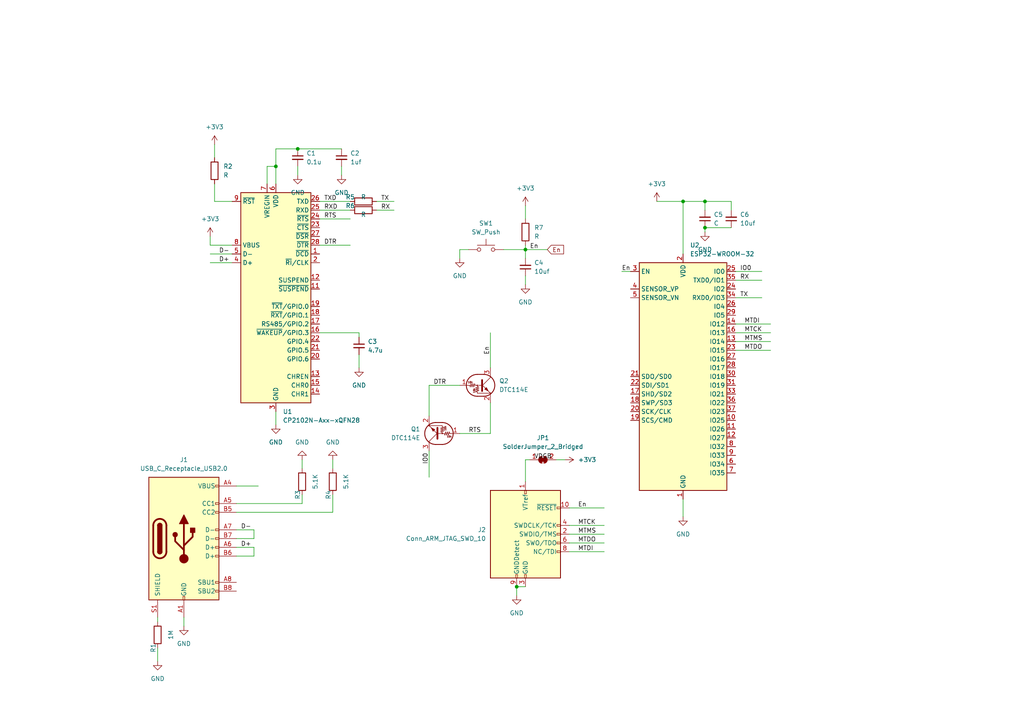
<source format=kicad_sch>
(kicad_sch (version 20211123) (generator eeschema)
  (paper "A4")
  (lib_symbols
    (symbol "Connector:Conn_ARM_JTAG_SWD_10" (pin_names (offset 1.016))
      (property "Reference" "J" (at -2.54 16.51 0))
      (property "Value" "Conn_ARM_JTAG_SWD_10" (at -2.54 13.97 0))
      (symbol "Conn_ARM_JTAG_SWD_10_0_1"
        (rectangle (start -10.16 12.7) (end 10.16 -12.7) (stroke (width 0.254)) (fill (type background)))
        (rectangle (start -2.794 -12.7) (end -2.286 -11.684))
        (rectangle (start -0.254 -12.7) (end 0.254 -11.684))
        (rectangle (start -0.254 12.7) (end 0.254 11.684))
        (rectangle (start 9.144 2.286) (end 10.16 2.794))
        (rectangle (start 10.16 -2.794) (end 9.144 -2.286))
        (rectangle (start 10.16 -0.254) (end 9.144 0.254))
        (rectangle (start 10.16 7.874) (end 9.144 7.366))
      )
      (symbol "Conn_ARM_JTAG_SWD_10_1_1"
        (rectangle (start 9.144 -5.334) (end 10.16 -4.826))
        (pin power_in line (at 0 15.24 270) (length 2.54) (name "VTref") (number "1"))
        (pin open_collector line (at 12.7 7.62 180) (length 2.54) (name "~{RESET}") (number "10"))
        (pin bidirectional line (at 12.7 0 180) (length 2.54) (name "SWDIO/TMS") (number "2"))
        (pin power_in line (at 0 -15.24 90) (length 2.54) (name "GND") (number "3"))
        (pin output line (at 12.7 2.54 180) (length 2.54) (name "SWDCLK/TCK") (number "4"))
        (pin passive line (at 0 -15.24 90) (length 2.54) hide (name "GND") (number "5"))
        (pin input line (at 12.7 -2.54 180) (length 2.54) (name "SWO/TDO") (number "6"))
        (pin no_connect line (at -10.16 0 0) (length 2.54) hide (name "KEY") (number "7"))
        (pin output line (at 12.7 -5.08 180) (length 2.54) (name "NC/TDI") (number "8"))
        (pin passive line (at -2.54 -15.24 90) (length 2.54) (name "GNDDetect") (number "9"))
      )
    )
    (symbol "Connector:USB_C_Receptacle_USB2.0" (pin_names (offset 1.016))
      (property "Reference" "J" (at -10.16 19.05 0))
      (property "Value" "USB_C_Receptacle_USB2.0" (at 19.05 19.05 0))
      (symbol "USB_C_Receptacle_USB2.0_0_0"
        (rectangle (start -0.254 -17.78) (end 0.254 -16.764))
        (rectangle (start 10.16 -14.986) (end 9.144 -15.494))
        (rectangle (start 10.16 -12.446) (end 9.144 -12.954))
        (rectangle (start 10.16 -4.826) (end 9.144 -5.334))
        (rectangle (start 10.16 -2.286) (end 9.144 -2.794))
        (rectangle (start 10.16 0.254) (end 9.144 -0.254))
        (rectangle (start 10.16 2.794) (end 9.144 2.286))
        (rectangle (start 10.16 7.874) (end 9.144 7.366))
        (rectangle (start 10.16 10.414) (end 9.144 9.906))
        (rectangle (start 10.16 15.494) (end 9.144 14.986))
      )
      (symbol "USB_C_Receptacle_USB2.0_0_1"
        (rectangle (start -10.16 17.78) (end 10.16 -17.78) (stroke (width 0.254)) (fill (type background)))
        (arc (start -8.89 -3.81) (mid -6.985 -5.715) (end -5.08 -3.81) (stroke (width 0.508)))
        (arc (start -7.62 -3.81) (mid -6.985 -4.445) (end -6.35 -3.81) (stroke (width 0.254)))
        (arc (start -7.62 -3.81) (mid -6.985 -4.445) (end -6.35 -3.81) (stroke (width 0.254)) (fill (type outline)))
        (rectangle (start -7.62 -3.81) (end -6.35 3.81) (stroke (width 0.254)) (fill (type outline)))
        (arc (start -6.35 3.81) (mid -6.985 4.445) (end -7.62 3.81) (stroke (width 0.254)))
        (arc (start -6.35 3.81) (mid -6.985 4.445) (end -7.62 3.81) (stroke (width 0.254)) (fill (type outline)))
        (arc (start -5.08 3.81) (mid -6.985 5.715) (end -8.89 3.81) (stroke (width 0.508)))
        (circle (center -2.54 1.143) (radius 0.635) (stroke (width 0.254)) (fill (type outline)))
        (circle (center 0 -5.842) (radius 1.27) (fill (type outline)))
        (polyline (pts (xy -8.89 -3.81) (xy -8.89 3.81)) (stroke (width 0.508)))
        (polyline (pts (xy -5.08 3.81) (xy -5.08 -3.81)) (stroke (width 0.508)))
        (polyline (pts (xy 0 -5.842) (xy 0 4.318)) (stroke (width 0.508)))
        (polyline (pts (xy 0 -3.302) (xy -2.54 -0.762) (xy -2.54 0.508)) (stroke (width 0.508)))
        (polyline (pts (xy 0 -2.032) (xy 2.54 0.508) (xy 2.54 1.778)) (stroke (width 0.508)))
        (polyline (pts (xy -1.27 4.318) (xy 0 6.858) (xy 1.27 4.318) (xy -1.27 4.318)) (stroke (width 0.254)) (fill (type outline)))
        (rectangle (start 1.905 1.778) (end 3.175 3.048) (stroke (width 0.254)) (fill (type outline)))
      )
      (symbol "USB_C_Receptacle_USB2.0_1_1"
        (pin passive line (at 0 -22.86 90) (length 5.08) (name "GND") (number "A1"))
        (pin passive line (at 0 -22.86 90) (length 5.08) hide (name "GND") (number "A12"))
        (pin passive line (at 15.24 15.24 180) (length 5.08) (name "VBUS") (number "A4"))
        (pin bidirectional line (at 15.24 10.16 180) (length 5.08) (name "CC1") (number "A5"))
        (pin bidirectional line (at 15.24 -2.54 180) (length 5.08) (name "D+") (number "A6"))
        (pin bidirectional line (at 15.24 2.54 180) (length 5.08) (name "D-") (number "A7"))
        (pin bidirectional line (at 15.24 -12.7 180) (length 5.08) (name "SBU1") (number "A8"))
        (pin passive line (at 15.24 15.24 180) (length 5.08) hide (name "VBUS") (number "A9"))
        (pin passive line (at 0 -22.86 90) (length 5.08) hide (name "GND") (number "B1"))
        (pin passive line (at 0 -22.86 90) (length 5.08) hide (name "GND") (number "B12"))
        (pin passive line (at 15.24 15.24 180) (length 5.08) hide (name "VBUS") (number "B4"))
        (pin bidirectional line (at 15.24 7.62 180) (length 5.08) (name "CC2") (number "B5"))
        (pin bidirectional line (at 15.24 -5.08 180) (length 5.08) (name "D+") (number "B6"))
        (pin bidirectional line (at 15.24 0 180) (length 5.08) (name "D-") (number "B7"))
        (pin bidirectional line (at 15.24 -15.24 180) (length 5.08) (name "SBU2") (number "B8"))
        (pin passive line (at 15.24 15.24 180) (length 5.08) hide (name "VBUS") (number "B9"))
        (pin passive line (at -7.62 -22.86 90) (length 5.08) (name "SHIELD") (number "S1"))
      )
    )
    (symbol "Device:C_Small" (pin_numbers hide) (pin_names (offset 0.254) hide)
      (property "Reference" "C" (at 0.254 1.778 0))
      (property "Value" "C_Small" (at 0.254 -2.032 0))
      (symbol "C_Small_0_1"
        (polyline (pts (xy -1.524 -0.508) (xy 1.524 -0.508)) (stroke (width 0.3302)))
        (polyline (pts (xy -1.524 0.508) (xy 1.524 0.508)) (stroke (width 0.3048)))
      )
      (symbol "C_Small_1_1"
        (pin passive line (at 0 2.54 270) (length 2.032) (name "~") (number "1"))
        (pin passive line (at 0 -2.54 90) (length 2.032) (name "~") (number "2"))
      )
    )
    (symbol "Device:R" (pin_numbers hide) (pin_names (offset 0))
      (property "Reference" "R" (at 2.032 0 90))
      (property "Value" "R" (at 0 0 90))
      (symbol "R_0_1"
        (rectangle (start -1.016 -2.54) (end 1.016 2.54) (stroke (width 0.254)))
      )
      (symbol "R_1_1"
        (pin passive line (at 0 3.81 270) (length 1.27) (name "~") (number "1"))
        (pin passive line (at 0 -3.81 90) (length 1.27) (name "~") (number "2"))
      )
    )
    (symbol "Interface_USB:CP2102N-Axx-xQFN28"
      (property "Reference" "U" (at -8.89 31.75 0))
      (property "Value" "CP2102N-Axx-xQFN28" (at 12.7 31.75 0))
      (symbol "CP2102N-Axx-xQFN28_0_1"
        (rectangle (start -10.16 30.48) (end 10.16 -30.48) (stroke (width 0.254)) (fill (type background)))
      )
      (symbol "CP2102N-Axx-xQFN28_1_1"
        (pin input line (at 12.7 12.7 180) (length 2.54) (name "~{DCD}") (number "1"))
        (pin no_connect line (at -10.16 -27.94 0) (length 2.54) hide (name "NC") (number "10"))
        (pin output line (at 12.7 2.54 180) (length 2.54) (name "~{SUSPEND}") (number "11"))
        (pin output line (at 12.7 5.08 180) (length 2.54) (name "SUSPEND") (number "12"))
        (pin output line (at 12.7 -22.86 180) (length 2.54) (name "CHREN") (number "13"))
        (pin output line (at 12.7 -27.94 180) (length 2.54) (name "CHR1") (number "14"))
        (pin output line (at 12.7 -25.4 180) (length 2.54) (name "CHR0") (number "15"))
        (pin bidirectional line (at 12.7 -10.16 180) (length 2.54) (name "~{WAKEUP}/GPIO.3") (number "16"))
        (pin bidirectional line (at 12.7 -7.62 180) (length 2.54) (name "RS485/GPIO.2") (number "17"))
        (pin bidirectional line (at 12.7 -5.08 180) (length 2.54) (name "~{RXT}/GPIO.1") (number "18"))
        (pin bidirectional line (at 12.7 -2.54 180) (length 2.54) (name "~{TXT}/GPIO.0") (number "19"))
        (pin bidirectional line (at 12.7 10.16 180) (length 2.54) (name "~{RI}/CLK") (number "2"))
        (pin bidirectional line (at 12.7 -17.78 180) (length 2.54) (name "GPIO.6") (number "20"))
        (pin bidirectional line (at 12.7 -15.24 180) (length 2.54) (name "GPIO.5") (number "21"))
        (pin bidirectional line (at 12.7 -12.7 180) (length 2.54) (name "GPIO.4") (number "22"))
        (pin input line (at 12.7 20.32 180) (length 2.54) (name "~{CTS}") (number "23"))
        (pin output line (at 12.7 22.86 180) (length 2.54) (name "~{RTS}") (number "24"))
        (pin input line (at 12.7 25.4 180) (length 2.54) (name "RXD") (number "25"))
        (pin output line (at 12.7 27.94 180) (length 2.54) (name "TXD") (number "26"))
        (pin input line (at 12.7 17.78 180) (length 2.54) (name "~{DSR}") (number "27"))
        (pin output line (at 12.7 15.24 180) (length 2.54) (name "~{DTR}") (number "28"))
        (pin passive line (at 0 -33.02 90) (length 2.54) hide (name "GND") (number "29"))
        (pin power_in line (at 0 -33.02 90) (length 2.54) (name "GND") (number "3"))
        (pin bidirectional line (at -12.7 10.16 0) (length 2.54) (name "D+") (number "4"))
        (pin bidirectional line (at -12.7 12.7 0) (length 2.54) (name "D-") (number "5"))
        (pin power_in line (at 0 33.02 270) (length 2.54) (name "VDD") (number "6"))
        (pin power_in line (at -2.54 33.02 270) (length 2.54) (name "VREGIN") (number "7"))
        (pin input line (at -12.7 15.24 0) (length 2.54) (name "VBUS") (number "8"))
        (pin input line (at -12.7 27.94 0) (length 2.54) (name "~{RST}") (number "9"))
      )
    )
    (symbol "Jumper:SolderJumper_2_Bridged" (pin_names (offset 0) hide)
      (property "Reference" "JP" (at 0 2.032 0))
      (property "Value" "SolderJumper_2_Bridged" (at 0 -2.54 0))
      (symbol "SolderJumper_2_Bridged_0_1"
        (rectangle (start -0.508 0.508) (end 0.508 -0.508) (fill (type outline)))
        (arc (start -0.254 1.016) (mid -1.27 0) (end -0.254 -1.016))
        (arc (start -0.254 1.016) (mid -1.27 0) (end -0.254 -1.016) (fill (type outline)))
        (polyline (pts (xy -0.254 1.016) (xy -0.254 -1.016)))
        (polyline (pts (xy 0.254 1.016) (xy 0.254 -1.016)))
        (arc (start 0.254 -1.016) (mid 1.27 0) (end 0.254 1.016))
        (arc (start 0.254 -1.016) (mid 1.27 0) (end 0.254 1.016) (fill (type outline)))
      )
      (symbol "SolderJumper_2_Bridged_1_1"
        (pin passive line (at -3.81 0 0) (length 2.54) (name "A") (number "1"))
        (pin passive line (at 3.81 0 180) (length 2.54) (name "B") (number "2"))
      )
    )
    (symbol "RF_Module:ESP32-WROOM-32"
      (property "Reference" "U" (at -12.7 34.29 0))
      (property "Value" "ESP32-WROOM-32" (at 1.27 34.29 0))
      (symbol "ESP32-WROOM-32_0_1"
        (rectangle (start -12.7 33.02) (end 12.7 -33.02) (stroke (width 0.254)) (fill (type background)))
      )
      (symbol "ESP32-WROOM-32_1_1"
        (pin power_in line (at 0 -35.56 90) (length 2.54) (name "GND") (number "1"))
        (pin bidirectional line (at 15.24 -12.7 180) (length 2.54) (name "IO25") (number "10"))
        (pin bidirectional line (at 15.24 -15.24 180) (length 2.54) (name "IO26") (number "11"))
        (pin bidirectional line (at 15.24 -17.78 180) (length 2.54) (name "IO27") (number "12"))
        (pin bidirectional line (at 15.24 10.16 180) (length 2.54) (name "IO14") (number "13"))
        (pin bidirectional line (at 15.24 15.24 180) (length 2.54) (name "IO12") (number "14"))
        (pin passive line (at 0 -35.56 90) (length 2.54) hide (name "GND") (number "15"))
        (pin bidirectional line (at 15.24 12.7 180) (length 2.54) (name "IO13") (number "16"))
        (pin bidirectional line (at -15.24 -5.08 0) (length 2.54) (name "SHD/SD2") (number "17"))
        (pin bidirectional line (at -15.24 -7.62 0) (length 2.54) (name "SWP/SD3") (number "18"))
        (pin bidirectional line (at -15.24 -12.7 0) (length 2.54) (name "SCS/CMD") (number "19"))
        (pin power_in line (at 0 35.56 270) (length 2.54) (name "VDD") (number "2"))
        (pin bidirectional line (at -15.24 -10.16 0) (length 2.54) (name "SCK/CLK") (number "20"))
        (pin bidirectional line (at -15.24 0 0) (length 2.54) (name "SDO/SD0") (number "21"))
        (pin bidirectional line (at -15.24 -2.54 0) (length 2.54) (name "SDI/SD1") (number "22"))
        (pin bidirectional line (at 15.24 7.62 180) (length 2.54) (name "IO15") (number "23"))
        (pin bidirectional line (at 15.24 25.4 180) (length 2.54) (name "IO2") (number "24"))
        (pin bidirectional line (at 15.24 30.48 180) (length 2.54) (name "IO0") (number "25"))
        (pin bidirectional line (at 15.24 20.32 180) (length 2.54) (name "IO4") (number "26"))
        (pin bidirectional line (at 15.24 5.08 180) (length 2.54) (name "IO16") (number "27"))
        (pin bidirectional line (at 15.24 2.54 180) (length 2.54) (name "IO17") (number "28"))
        (pin bidirectional line (at 15.24 17.78 180) (length 2.54) (name "IO5") (number "29"))
        (pin input line (at -15.24 30.48 0) (length 2.54) (name "EN") (number "3"))
        (pin bidirectional line (at 15.24 0 180) (length 2.54) (name "IO18") (number "30"))
        (pin bidirectional line (at 15.24 -2.54 180) (length 2.54) (name "IO19") (number "31"))
        (pin no_connect line (at -12.7 -27.94 0) (length 2.54) hide (name "NC") (number "32"))
        (pin bidirectional line (at 15.24 -5.08 180) (length 2.54) (name "IO21") (number "33"))
        (pin bidirectional line (at 15.24 22.86 180) (length 2.54) (name "RXD0/IO3") (number "34"))
        (pin bidirectional line (at 15.24 27.94 180) (length 2.54) (name "TXD0/IO1") (number "35"))
        (pin bidirectional line (at 15.24 -7.62 180) (length 2.54) (name "IO22") (number "36"))
        (pin bidirectional line (at 15.24 -10.16 180) (length 2.54) (name "IO23") (number "37"))
        (pin passive line (at 0 -35.56 90) (length 2.54) hide (name "GND") (number "38"))
        (pin passive line (at 0 -35.56 90) (length 2.54) hide (name "GND") (number "39"))
        (pin input line (at -15.24 25.4 0) (length 2.54) (name "SENSOR_VP") (number "4"))
        (pin input line (at -15.24 22.86 0) (length 2.54) (name "SENSOR_VN") (number "5"))
        (pin input line (at 15.24 -25.4 180) (length 2.54) (name "IO34") (number "6"))
        (pin input line (at 15.24 -27.94 180) (length 2.54) (name "IO35") (number "7"))
        (pin bidirectional line (at 15.24 -20.32 180) (length 2.54) (name "IO32") (number "8"))
        (pin bidirectional line (at 15.24 -22.86 180) (length 2.54) (name "IO33") (number "9"))
      )
    )
    (symbol "Switch:SW_Push" (pin_numbers hide) (pin_names (offset 1.016) hide)
      (property "Reference" "SW" (at 1.27 2.54 0))
      (property "Value" "SW_Push" (at 0 -1.524 0))
      (symbol "SW_Push_0_1"
        (circle (center -2.032 0) (radius 0.508))
        (polyline (pts (xy 0 1.27) (xy 0 3.048)))
        (polyline (pts (xy 2.54 1.27) (xy -2.54 1.27)))
        (circle (center 2.032 0) (radius 0.508))
        (pin passive line (at -5.08 0 0) (length 2.54) (name "1") (number "1"))
        (pin passive line (at 5.08 0 180) (length 2.54) (name "2") (number "2"))
      )
    )
    (symbol "Transistor_BJT:DTC114E" (pin_names (offset 0) hide)
      (property "Reference" "Q" (at 5.08 1.905 0))
      (property "Value" "DTC114E" (at 5.08 0 0))
      (symbol "DTC114E_0_0"
        (text "10k" (at -3.302 0.889 0) (effects (font (size 0.508 0.508))))
        (text "10k" (at -2.159 -1.524 900) (effects (font (size 0.508 0.508))))
      )
      (symbol "DTC114E_0_1"
        (circle (center -1.27 0) (radius 0.127))
        (arc (start -1.27 3.175) (mid -4.445 0) (end -1.27 -3.175) (stroke (width 0.254)))
        (polyline (pts (xy -3.429 0) (xy -3.81 0)))
        (polyline (pts (xy -1.27 -3.175) (xy 0.635 -3.175)) (stroke (width 0.254)))
        (polyline (pts (xy -1.27 3.175) (xy 0.635 3.175)) (stroke (width 0.254)))
        (polyline (pts (xy 0 -0.254) (xy 2.54 2.286)))
        (polyline (pts (xy 0.127 1.524) (xy 0.127 -1.651)) (stroke (width 0.508)) (fill (type outline)))
        (polyline (pts (xy 2.54 2.286) (xy 2.54 2.54)))
        (polyline (pts (xy 2.54 -2.286) (xy 0 0.254) (xy 0 0.254)))
        (polyline (pts (xy 0.889 -1.143) (xy 1.397 -0.635) (xy 1.905 -1.651) (xy 0.889 -1.143)) (fill (type outline)))
        (polyline (pts (xy 0 0) (xy -1.905 0) (xy -2.032 0.508) (xy -2.286 -0.508) (xy -2.54 0.508) (xy -2.794 -0.508) (xy -3.048 0.508) (xy -3.302 -0.508) (xy -3.429 0)))
        (polyline (pts (xy -1.27 0) (xy -1.27 -0.381) (xy -0.762 -0.508) (xy -1.778 -0.762) (xy -0.762 -1.016) (xy -1.778 -1.27) (xy -0.762 -1.524) (xy -1.778 -1.778) (xy -1.27 -1.905) (xy -1.27 -2.286) (xy 2.54 -2.286)))
        (arc (start 0.635 -3.175) (mid 3.81 0) (end 0.635 3.175) (stroke (width 0.254)))
        (circle (center 2.54 -2.286) (radius 0.127))
      )
      (symbol "DTC114E_1_1"
        (pin input line (at -6.35 0 0) (length 2.54) (name "B") (number "1"))
        (pin passive line (at 2.54 -5.08 90) (length 2.54) (name "E") (number "2"))
        (pin passive line (at 2.54 5.08 270) (length 2.54) (name "C") (number "3"))
      )
    )
    (symbol "power:+3.3V" (power) (pin_names (offset 0))
      (property "Value" "+3.3V" (at 0 3.556 0))
      (symbol "+3.3V_0_1"
        (polyline (pts (xy -0.762 1.27) (xy 0 2.54)))
        (polyline (pts (xy 0 0) (xy 0 2.54)))
        (polyline (pts (xy 0 2.54) (xy 0.762 1.27)))
      )
      (symbol "+3.3V_1_1"
        (pin power_in line (at 0 0 90) (length 0) hide (name "+3V3") (number "1"))
      )
    )
    (symbol "power:GND" (power) (pin_names (offset 0))
      (property "Value" "GND" (at 0 -3.81 0))
      (symbol "GND_0_1"
        (polyline (pts (xy 0 0) (xy 0 -1.27) (xy 1.27 -1.27) (xy 0 -2.54) (xy -1.27 -1.27) (xy 0 -1.27)))
      )
      (symbol "GND_1_1"
        (pin power_in line (at 0 0 270) (length 0) hide (name "GND") (number "1"))
      )
    )
  )
  (junction (at 204.47 66.04))
  (junction (at 198.12 58.42))
  (junction (at 204.47 58.42))
  (junction (at 86.36 43.18))
  (junction (at 152.4 72.39))
  (junction (at 149.86 170.18))
  (junction (at 80.01 48.26))
  (wire (pts (xy 80.01 43.18) (xy 80.01 48.26)))
  (wire (pts (xy 213.36 86.36) (xy 220.98 86.36)))
  (wire (pts (xy 165.1 154.94) (xy 175.26 154.94)))
  (wire (pts (xy 204.47 66.04) (xy 204.47 67.31)))
  (wire (pts (xy 68.58 158.75) (xy 73.66 158.75)))
  (wire (pts (xy 53.34 179.07) (xy 53.34 181.61)))
  (wire (pts (xy 73.66 161.29) (xy 68.58 161.29)))
  (wire (pts (xy 73.66 158.75) (xy 73.66 161.29)))
  (wire (pts (xy 190.5 58.42) (xy 198.12 58.42)))
  (wire (pts (xy 146.05 72.39) (xy 152.4 72.39)))
  (wire (pts (xy 77.47 48.26) (xy 80.01 48.26)))
  (wire (pts (xy 68.58 146.05) (xy 87.63 146.05)))
  (wire (pts (xy 86.36 43.18) (xy 80.01 43.18)))
  (wire (pts (xy 204.47 66.04) (xy 212.09 66.04)))
  (wire (pts (xy 68.58 153.67) (xy 73.66 153.67)))
  (wire (pts (xy 142.24 125.73) (xy 142.24 116.84)))
  (wire (pts (xy 92.71 71.12) (xy 101.6 71.12)))
  (wire (pts (xy 92.71 63.5) (xy 101.6 63.5)))
  (wire (pts (xy 45.72 179.07) (xy 45.72 180.34)))
  (wire (pts (xy 161.29 133.35) (xy 163.83 133.35)))
  (wire (pts (xy 152.4 71.12) (xy 152.4 72.39)))
  (wire (pts (xy 124.46 130.81) (xy 124.46 138.43)))
  (wire (pts (xy 68.58 140.97) (xy 74.93 140.97)))
  (wire (pts (xy 135.89 72.39) (xy 133.35 72.39)))
  (wire (pts (xy 86.36 48.26) (xy 86.36 50.8)))
  (wire (pts (xy 152.4 59.69) (xy 152.4 63.5)))
  (wire (pts (xy 204.47 58.42) (xy 198.12 58.42)))
  (wire (pts (xy 60.96 73.66) (xy 67.31 73.66)))
  (wire (pts (xy 73.66 156.21) (xy 73.66 153.67)))
  (wire (pts (xy 92.71 58.42) (xy 101.6 58.42)))
  (wire (pts (xy 212.09 60.96) (xy 212.09 58.42)))
  (wire (pts (xy 104.14 102.87) (xy 104.14 106.68)))
  (wire (pts (xy 104.14 97.79) (xy 104.14 96.52)))
  (wire (pts (xy 213.36 81.28) (xy 220.98 81.28)))
  (wire (pts (xy 152.4 139.7) (xy 152.4 133.35)))
  (wire (pts (xy 99.06 43.18) (xy 86.36 43.18)))
  (wire (pts (xy 96.52 148.59) (xy 96.52 143.51)))
  (wire (pts (xy 99.06 48.26) (xy 99.06 50.8)))
  (wire (pts (xy 80.01 119.38) (xy 80.01 123.19)))
  (wire (pts (xy 149.86 170.18) (xy 149.86 172.72)))
  (wire (pts (xy 198.12 58.42) (xy 198.12 73.66)))
  (wire (pts (xy 133.35 111.76) (xy 124.46 111.76)))
  (wire (pts (xy 133.35 72.39) (xy 133.35 74.93)))
  (wire (pts (xy 87.63 133.35) (xy 87.63 135.89)))
  (wire (pts (xy 198.12 144.78) (xy 198.12 149.86)))
  (wire (pts (xy 152.4 133.35) (xy 153.67 133.35)))
  (wire (pts (xy 77.47 53.34) (xy 77.47 48.26)))
  (wire (pts (xy 213.36 78.74) (xy 220.98 78.74)))
  (wire (pts (xy 213.36 99.06) (xy 223.52 99.06)))
  (wire (pts (xy 213.36 101.6) (xy 223.52 101.6)))
  (wire (pts (xy 96.52 133.35) (xy 96.52 135.89)))
  (wire (pts (xy 45.72 187.96) (xy 45.72 191.77)))
  (wire (pts (xy 60.96 71.12) (xy 67.31 71.12)))
  (wire (pts (xy 152.4 80.01) (xy 152.4 82.55)))
  (wire (pts (xy 109.22 60.96) (xy 114.3 60.96)))
  (wire (pts (xy 165.1 157.48) (xy 175.26 157.48)))
  (wire (pts (xy 62.23 53.34) (xy 62.23 58.42)))
  (wire (pts (xy 60.96 76.2) (xy 67.31 76.2)))
  (wire (pts (xy 165.1 147.32) (xy 175.26 147.32)))
  (wire (pts (xy 152.4 72.39) (xy 152.4 74.93)))
  (wire (pts (xy 62.23 41.91) (xy 62.23 45.72)))
  (wire (pts (xy 212.09 58.42) (xy 204.47 58.42)))
  (wire (pts (xy 149.86 170.18) (xy 152.4 170.18)))
  (wire (pts (xy 62.23 58.42) (xy 67.31 58.42)))
  (wire (pts (xy 213.36 93.98) (xy 223.52 93.98)))
  (wire (pts (xy 165.1 152.4) (xy 175.26 152.4)))
  (wire (pts (xy 87.63 146.05) (xy 87.63 143.51)))
  (wire (pts (xy 213.36 96.52) (xy 223.52 96.52)))
  (wire (pts (xy 92.71 60.96) (xy 101.6 60.96)))
  (wire (pts (xy 109.22 58.42) (xy 114.3 58.42)))
  (wire (pts (xy 124.46 111.76) (xy 124.46 120.65)))
  (wire (pts (xy 68.58 156.21) (xy 73.66 156.21)))
  (wire (pts (xy 133.35 125.73) (xy 142.24 125.73)))
  (wire (pts (xy 180.34 78.74) (xy 182.88 78.74)))
  (wire (pts (xy 92.71 96.52) (xy 104.14 96.52)))
  (wire (pts (xy 60.96 68.58) (xy 60.96 71.12)))
  (wire (pts (xy 142.24 96.52) (xy 142.24 106.68)))
  (wire (pts (xy 68.58 148.59) (xy 96.52 148.59)))
  (wire (pts (xy 165.1 160.02) (xy 175.26 160.02)))
  (wire (pts (xy 152.4 72.39) (xy 158.75 72.39)))
  (wire (pts (xy 204.47 58.42) (xy 204.47 60.96)))
  (wire (pts (xy 80.01 48.26) (xy 80.01 53.34)))
  (label "TX" (at 214.63 86.36 0))
  (label "RX" (at 214.63 81.28 0))
  (label "D-" (at 69.85 153.67 0))
  (label "IO0" (at 124.46 134.62 90))
  (label "MTDI" (at 215.9 93.98 0))
  (label "D-" (at 63.5 73.66 0))
  (label "MTDO" (at 167.64 157.48 0))
  (label "MTCK" (at 167.64 152.4 0))
  (label "MTMS" (at 215.9 99.06 0))
  (label "RTS" (at 135.89 125.73 0))
  (label "TX" (at 110.49 58.42 0))
  (label "MTDI" (at 167.64 160.02 0))
  (label "D+" (at 63.5 76.2 0))
  (label "MTCK" (at 215.9 96.52 0))
  (label "DTR" (at 93.98 71.12 0))
  (label "VDGB" (at 154.94 133.35 0))
  (label "RX" (at 110.49 60.96 0))
  (label "TXD" (at 93.98 58.42 0))
  (label "D+" (at 69.85 158.75 0))
  (label "MTDO" (at 215.9 101.6 0))
  (label "En" (at 167.64 147.32 0))
  (label "DTR" (at 125.73 111.76 0))
  (label "En" (at 142.24 102.87 90))
  (label "En" (at 153.67 72.39 0))
  (label "En" (at 180.34 78.74 0))
  (label "IO0" (at 214.63 78.74 0))
  (label "RTS" (at 93.98 63.5 0))
  (label "RXD" (at 93.98 60.96 0))
  (label "MTMS" (at 167.64 154.94 0))
  (global_label "En" (shape input) (at 158.75 72.39 0) (property "Intersheet References" "${INTERSHEET_REFS}" (effects hide)))
  (symbol (lib_id "Transistor_BJT:DTC114E") (at 139.7 111.76 0) (unit 1)
    (property "Reference" "Q2" (at 144.78 110.4899 0) (effects (justify left)))
    (property "Value" "DTC114E" (at 144.78 113.0299 0) (effects (justify left)))
    (property "Footprint" "Package_TO_SOT_SMD:SOT-416" (effects hide))
  )
  (symbol (lib_id "Device:R") (at 45.72 184.15 180) (unit 1)
    (property "Reference" "R1" (at 44.45 187.96 90))
    (property "Value" "1M" (at 49.53 184.15 90))
    (property "Footprint" "Resistor_SMD:R_0201_0603Metric_Pad0.64x0.40mm_HandSolder" (effects hide))
  )
  (symbol (lib_id "Connector:USB_C_Receptacle_USB2.0") (at 53.34 156.21 0) (unit 1)
    (property "Reference" "J1" (at 53.34 133.35 0))
    (property "Value" "USB_C_Receptacle_USB2.0" (at 53.34 135.89 0))
    (property "Footprint" "Connector_USB:USB_C_Receptacle_JAE_DX07S016JA1R1500" (effects hide))
    (property "Datasheet" "https://www.usb.org/sites/default/files/documents/usb_type-c.zip" (effects hide))
  )
  (symbol (lib_id "power:GND") (at 104.14 106.68 0) (unit 1)
    (property "Reference" "#PWR010" (effects hide))
    (property "Value" "GND" (at 104.14 111.76 0))
  )
  (symbol (lib_id "power:GND") (at 53.34 181.61 0) (unit 1)
    (property "Reference" "#PWR02" (effects hide))
    (property "Value" "GND" (at 53.34 186.69 0))
  )
  (symbol (lib_id "Device:R") (at 105.41 58.42 90) (unit 1)
    (property "Reference" "R5" (at 101.6 57.15 90))
    (property "Value" "R" (at 105.41 62.23 90))
    (property "Footprint" "Resistor_SMD:R_0402_1005Metric_Pad0.72x0.64mm_HandSolder" (effects hide))
  )
  (symbol (lib_id "Switch:SW_Push") (at 140.97 72.39 0) (unit 1)
    (property "Reference" "SW1" (at 140.97 64.77 0))
    (property "Value" "SW_Push" (at 140.97 67.31 0))
    (property "Footprint" "Button_Switch_SMD:SW_SPST_B3U-1000P" (effects hide))
    (property "Datasheet" "B3U-1000P" (effects hide))
  )
  (symbol (lib_id "power:GND") (at 96.52 133.35 180) (unit 1)
    (property "Reference" "#PWR08" (effects hide))
    (property "Value" "GND" (at 96.52 128.27 0))
  )
  (symbol (lib_id "power:GND") (at 86.36 50.8 0) (unit 1)
    (property "Reference" "#PWR06" (effects hide))
    (property "Value" "GND" (at 86.36 55.88 0))
  )
  (symbol (lib_id "RF_Module:ESP32-WROOM-32") (at 198.12 109.22 0) (unit 1)
    (property "Reference" "U2" (at 200.1394 71.12 0) (effects (justify left)))
    (property "Value" "ESP32-WROOM-32" (at 200.1394 73.66 0) (effects (justify left)))
    (property "Footprint" "RF_Module:ESP32-WROOM-32" (effects hide))
    (property "Datasheet" "https://www.espressif.com/sites/default/files/documentation/esp32-wroom-32_datasheet_en.pdf" (effects hide))
  )
  (symbol (lib_id "Device:C_Small") (at 99.06 45.72 0) (unit 1)
    (property "Reference" "C2" (at 101.6 44.4562 0) (effects (justify left)))
    (property "Value" "1uf" (at 101.6 46.9962 0) (effects (justify left)))
    (property "Footprint" "C_0402_1005Metric_Pad0.74x0.62mm_HandSolder" (effects hide))
  )
  (symbol (lib_id "Jumper:SolderJumper_2_Bridged") (at 157.48 133.35 0) (unit 1)
    (property "Reference" "JP1" (at 157.48 127 0))
    (property "Value" "SolderJumper_2_Bridged" (at 157.48 129.54 0))
    (property "Footprint" "Jumper:SolderJumper-2_P1.3mm_Bridged_Pad1.0x1.5mm" (effects hide))
  )
  (symbol (lib_id "Device:C_Small") (at 204.47 63.5 180) (unit 1)
    (property "Reference" "C5" (at 207.01 62.2235 0) (effects (justify right)))
    (property "Value" "C" (at 207.01 64.7635 0) (effects (justify right)))
    (property "Footprint" "Capacitor_SMD:C_0402_1005Metric_Pad0.74x0.62mm_HandSolder" (effects hide))
  )
  (symbol (lib_id "Device:R") (at 96.52 139.7 180) (unit 1)
    (property "Reference" "R4" (at 95.25 143.51 90))
    (property "Value" "5.1K" (at 100.33 139.7 90))
    (property "Footprint" "Resistor_SMD:R_0402_1005Metric_Pad0.72x0.64mm_HandSolder" (effects hide))
  )
  (symbol (lib_id "power:GND") (at 133.35 74.93 0) (unit 1)
    (property "Reference" "#PWR011" (effects hide))
    (property "Value" "GND" (at 133.35 80.01 0))
  )
  (symbol (lib_id "Device:R") (at 87.63 139.7 180) (unit 1)
    (property "Reference" "R3" (at 86.36 143.51 90))
    (property "Value" "5.1K" (at 91.44 139.7 90))
    (property "Footprint" "Resistor_SMD:R_0402_1005Metric_Pad0.72x0.64mm_HandSolder" (effects hide))
  )
  (symbol (lib_id "power:GND") (at 99.06 50.8 0) (unit 1)
    (property "Reference" "#PWR09" (effects hide))
    (property "Value" "GND" (at 99.06 55.88 0))
  )
  (symbol (lib_id "power:GND") (at 152.4 82.55 0) (unit 1)
    (property "Reference" "#PWR013" (effects hide))
    (property "Value" "GND" (at 152.4 87.63 0))
  )
  (symbol (lib_id "power:GND") (at 87.63 133.35 180) (unit 1)
    (property "Reference" "#PWR07" (effects hide))
    (property "Value" "GND" (at 87.63 128.27 0))
  )
  (symbol (lib_id "Connector:Conn_ARM_JTAG_SWD_10") (at 152.4 154.94 0) (unit 1)
    (property "Reference" "J2" (at 140.97 153.6699 0) (effects (justify right)))
    (property "Value" "Conn_ARM_JTAG_SWD_10" (at 140.97 156.2099 0) (effects (justify right)))
    (property "Footprint" "Connector_IDC:IDC-Header_2x05_P2.54mm_Vertical" (effects hide))
    (property "Datasheet" "http://infocenter.arm.com/help/topic/com.arm.doc.ddi0314h/DDI0314H_coresight_components_trm.pdf" (effects hide))
  )
  (symbol (lib_id "power:GND") (at 198.12 149.86 0) (unit 1)
    (property "Reference" "#PWR015" (effects hide))
    (property "Value" "GND" (at 198.12 154.94 0))
  )
  (symbol (lib_id "power:+3.3V") (at 163.83 133.35 270) (unit 1)
    (property "Reference" "#PWR018" (effects hide))
    (property "Value" "+3.3V" (at 167.64 133.3499 90) (effects (justify left)))
  )
  (symbol (lib_id "Interface_USB:CP2102N-Axx-xQFN28") (at 80.01 86.36 0) (unit 1)
    (property "Reference" "U1" (at 82.0294 119.38 0) (effects (justify left)))
    (property "Value" "CP2102N-Axx-xQFN28" (at 82.0294 121.92 0) (effects (justify left)))
    (property "Footprint" "Package_DFN_QFN:QFN-28-1EP_5x5mm_P0.5mm_EP3.35x3.35mm" (effects hide))
    (property "Datasheet" "https://www.silabs.com/documents/public/data-sheets/cp2102n-datasheet.pdf" (effects hide))
  )
  (symbol (lib_id "Device:R") (at 152.4 67.31 0) (unit 1)
    (property "Reference" "R7" (at 154.94 66.0399 0) (effects (justify left)))
    (property "Value" "R" (at 154.94 68.5799 0) (effects (justify left)))
    (property "Footprint" "Resistor_SMD:R_0402_1005Metric_Pad0.72x0.64mm_HandSolder" (effects hide))
  )
  (symbol (lib_id "power:+3.3V") (at 60.96 68.58 0) (unit 1)
    (property "Reference" "#PWR03" (effects hide))
    (property "Value" "+3.3V" (at 60.96 63.5 0))
  )
  (symbol (lib_id "Device:R") (at 62.23 49.53 0) (unit 1)
    (property "Reference" "R2" (at 64.77 48.2599 0) (effects (justify left)))
    (property "Value" "R" (at 64.77 50.7999 0) (effects (justify left)))
    (property "Footprint" "Resistor_SMD:R_0402_1005Metric_Pad0.72x0.64mm_HandSolder" (effects hide))
  )
  (symbol (lib_id "power:+3.3V") (at 152.4 59.69 0) (unit 1)
    (property "Reference" "#PWR012" (effects hide))
    (property "Value" "+3.3V" (at 152.4 54.61 0))
  )
  (symbol (lib_id "power:+3.3V") (at 190.5 58.42 0) (unit 1)
    (property "Reference" "#PWR014" (effects hide))
    (property "Value" "+3.3V" (at 190.5 53.34 0))
  )
  (symbol (lib_id "power:GND") (at 149.86 172.72 0) (unit 1)
    (property "Reference" "#PWR017" (effects hide))
    (property "Value" "GND" (at 149.86 177.8 0))
  )
  (symbol (lib_id "power:GND") (at 45.72 191.77 0) (unit 1)
    (property "Reference" "#PWR01" (effects hide))
    (property "Value" "GND" (at 45.72 196.85 0))
  )
  (symbol (lib_id "Device:C_Small") (at 104.14 100.33 0) (unit 1)
    (property "Reference" "C3" (at 106.68 99.0662 0) (effects (justify left)))
    (property "Value" "4.7u" (at 106.68 101.6062 0) (effects (justify left)))
    (property "Footprint" "Capacitor_SMD:C_0402_1005Metric_Pad0.74x0.62mm_HandSolder" (effects hide))
  )
  (symbol (lib_id "Device:R") (at 105.41 60.96 90) (unit 1)
    (property "Reference" "R6" (at 101.6 59.69 90))
    (property "Value" "R" (at 105.41 57.15 90))
    (property "Footprint" "Resistor_SMD:R_0402_1005Metric_Pad0.72x0.64mm_HandSolder" (effects hide))
  )
  (symbol (lib_id "power:+3.3V") (at 62.23 41.91 0) (unit 1)
    (property "Reference" "#PWR04" (effects hide))
    (property "Value" "+3.3V" (at 62.23 36.83 0))
  )
  (symbol (lib_id "power:GND") (at 204.47 67.31 0) (unit 1)
    (property "Reference" "#PWR016" (effects hide))
    (property "Value" "GND" (at 204.47 72.39 0))
  )
  (symbol (lib_id "power:GND") (at 80.01 123.19 0) (unit 1)
    (property "Reference" "#PWR05" (effects hide))
    (property "Value" "GND" (at 80.01 128.27 0))
  )
  (symbol (lib_id "Device:C_Small") (at 152.4 77.47 180) (unit 1)
    (property "Reference" "C4" (at 154.94 76.1935 0) (effects (justify right)))
    (property "Value" "10uf" (at 154.94 78.7335 0) (effects (justify right)))
    (property "Footprint" "Capacitor_SMD:C_0402_1005Metric_Pad0.74x0.62mm_HandSolder" (effects hide))
  )
  (symbol (lib_id "Transistor_BJT:DTC114E") (at 127 125.73 180) (unit 1)
    (property "Reference" "Q1" (at 121.92 124.4599 0) (effects (justify left)))
    (property "Value" "DTC114E" (at 121.92 126.9999 0) (effects (justify left)))
    (property "Footprint" "Package_TO_SOT_SMD:SOT-416" (effects hide))
  )
  (symbol (lib_id "Device:C_Small") (at 86.36 45.72 0) (unit 1)
    (property "Reference" "C1" (at 88.9 44.4562 0) (effects (justify left)))
    (property "Value" "0.1u" (at 88.9 46.9962 0) (effects (justify left)))
    (property "Footprint" "Capacitor_SMD:C_0402_1005Metric_Pad0.74x0.62mm_HandSolder" (effects hide))
  )
  (symbol (lib_id "Device:C_Small") (at 212.09 63.5 180) (unit 1)
    (property "Reference" "C6" (at 214.63 62.2235 0) (effects (justify right)))
    (property "Value" "10uf" (at 214.63 64.7635 0) (effects (justify right)))
    (property "Footprint" "Capacitor_SMD:C_0402_1005Metric_Pad0.74x0.62mm_HandSolder" (effects hide))
  )
)
</source>
